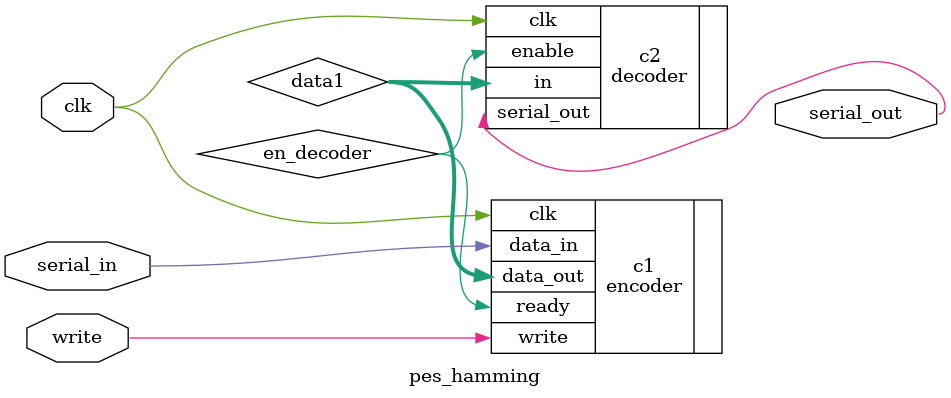
<source format=v>
module pes_hamming
(    input serial_in,
     input clk,
	  input write,
     output serial_out
);
wire en_decoder;
wire [6:0] data1;
encoder c1
(     .clk(clk),
	   .data_in(serial_in),
	   .write(write),
	   .ready(en_decoder),
	   .data_out(data1)
);
decoder c2
(     .in(data1),
      .clk(clk), 
      .enable(en_decoder),
	   .serial_out(serial_out)
);

endmodule

</source>
